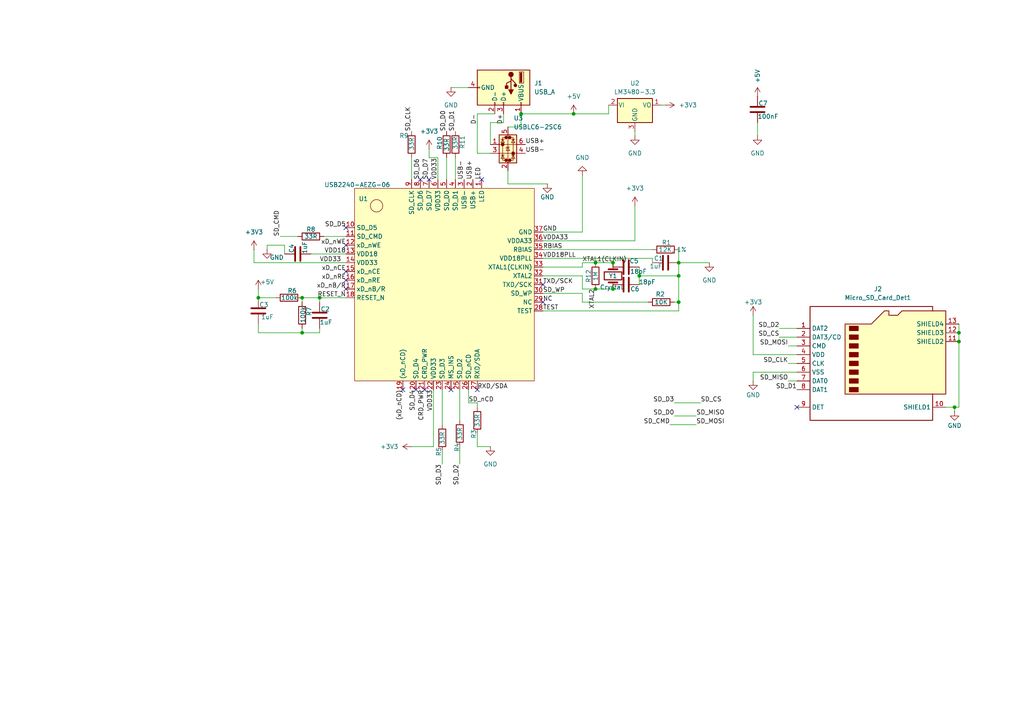
<source format=kicad_sch>
(kicad_sch (version 20250114) (generator "eeschema") (generator_version "9.0")
  (paper "A4")
  (lib_symbols
    (symbol "+3V3_2" (power) (pin_numbers (hide yes)) (pin_names (offset 0) (hide yes))
      (property "Value" "+3V3" (at 0 3.556 0))
      (symbol "+3V3_2_0_1"
        (polyline (pts (xy -0.762 1.27) (xy 0 2.54)))
        (polyline (pts (xy 0 2.54) (xy 0.762 1.27)))
        (polyline (pts (xy 0 0) (xy 0 2.54)))
      )
      (symbol "+3V3_2_1_1"
        (pin power_in line (at 0 0 90) (length 0) (name "~") (number "1"))
      )
    )
    (symbol "Connector:Micro_SD_Card_Det1"
      (property "Reference" "J2" (at 0.635 21.59 0))
      (property "Value" "Micro_SD_Card_Det1" (at 0.635 19.05 0))
      (symbol "Micro_SD_Card_Det1_0_1"
        (polyline (pts (xy -8.89 -8.89) (xy -8.89 11.43) (xy -1.27 11.43) (xy 2.54 15.24) (xy 3.81 15.24) (xy 3.81 13.97) (xy 6.35 13.97) (xy 7.62 15.24) (xy 20.32 15.24) (xy 20.32 -8.89) (xy -8.89 -8.89)) (stroke (width 0.254)) (fill (type background)))
        (rectangle (start -7.62 10.795) (end -5.08 9.525) (stroke (width 0.254)) (fill (type outline)))
        (rectangle (start -7.62 8.255) (end -5.08 6.985) (stroke (width 0.254)) (fill (type outline)))
        (rectangle (start -7.62 5.715) (end -5.08 4.445) (stroke (width 0.254)) (fill (type outline)))
        (rectangle (start -7.62 3.175) (end -5.08 1.905) (stroke (width 0.254)) (fill (type outline)))
        (rectangle (start -7.62 0.635) (end -5.08 -0.635) (stroke (width 0.254)) (fill (type outline)))
        (rectangle (start -7.62 -1.905) (end -5.08 -3.175) (stroke (width 0.254)) (fill (type outline)))
        (rectangle (start -7.62 -4.445) (end -5.08 -5.715) (stroke (width 0.254)) (fill (type outline)))
        (rectangle (start -7.62 -6.985) (end -5.08 -8.255) (stroke (width 0.254)) (fill (type outline)))
        (polyline (pts (xy 16.51 15.24) (xy 16.51 16.51) (xy -19.05 16.51) (xy -19.05 -16.51) (xy 16.51 -16.51) (xy 16.51 -8.89)) (stroke (width 0.254)))
      )
      (symbol "Micro_SD_Card_Det1_1_1"
        (pin bidirectional line (at -22.86 10.16 0) (length 3.81) (name "DAT2") (number "1"))
        (pin bidirectional line (at -22.86 7.62 0) (length 3.81) (name "DAT3/CD") (number "2"))
        (pin input line (at -22.86 5.08 0) (length 3.81) (name "CMD") (number "3"))
        (pin power_in line (at -22.86 2.54 0) (length 3.81) (name "VDD") (number "4"))
        (pin input line (at -22.86 0 0) (length 3.81) (name "CLK") (number "5"))
        (pin power_in line (at -22.86 -2.54 0) (length 3.81) (name "VSS") (number "6"))
        (pin bidirectional line (at -22.86 -5.08 0) (length 3.81) (name "DAT0") (number "7"))
        (pin bidirectional line (at -22.86 -7.62 0) (length 3.81) (name "DAT1") (number "8"))
        (pin passive line (at -22.86 -12.7 0) (length 3.81) (name "DET") (number "9"))
        (pin passive line (at 20.32 -12.7 180) (length 3.81) (name "SHIELD1") (number "10"))
        (pin passive line (at 24.13 11.43 180) (length 3.81) (name "SHIELD4") (number "13"))
        (pin passive line (at 24.13 8.89 180) (length 3.81) (name "SHIELD3") (number "12"))
        (pin passive line (at 24.13 6.35 180) (length 3.81) (name "SHIELD2") (number "11"))
      )
    )
    (symbol "Connector:USB_A" (pin_names (offset 1.016))
      (property "Reference" "J1" (at -1.2701 8.89 90))
      (property "Value" "USB_A" (at 1.2699 8.89 90))
      (symbol "USB_A_0_1"
        (rectangle (start -5.08 -7.62) (end 5.08 7.62) (stroke (width 0.254)) (fill (type background)))
        (circle (center -3.81 2.159) (radius 0.635) (stroke (width 0.254)) (fill (type outline)))
        (polyline (pts (xy -3.175 2.159) (xy -2.54 2.159) (xy -1.27 3.429) (xy -0.635 3.429)) (stroke (width 0.254)))
        (polyline (pts (xy -2.54 2.159) (xy -1.905 2.159) (xy -1.27 0.889) (xy 0 0.889)) (stroke (width 0.254)))
        (rectangle (start -1.524 4.826) (end -4.318 5.334) (fill (type outline)))
        (rectangle (start -1.27 4.572) (end -4.572 5.842))
        (circle (center -0.635 3.429) (radius 0.381) (stroke (width 0.254)) (fill (type outline)))
        (rectangle (start -0.127 -7.62) (end 0.127 -6.858))
        (rectangle (start 0.254 1.27) (end -0.508 0.508) (stroke (width 0.254)) (fill (type outline)))
        (polyline (pts (xy 0.635 2.794) (xy 0.635 1.524) (xy 1.905 2.159) (xy 0.635 2.794)) (stroke (width 0.254)) (fill (type outline)))
        (rectangle (start 5.08 4.953) (end 4.318 5.207))
        (rectangle (start 5.08 -0.127) (end 4.318 0.127))
        (rectangle (start 5.08 -2.667) (end 4.318 -2.413))
      )
      (symbol "USB_A_1_1"
        (polyline (pts (xy -1.905 2.159) (xy 0.635 2.159)) (stroke (width 0.254)))
        (pin power_in line (at 0 -10.16 90) (length 2.54) (name "GND") (number "4"))
        (pin power_in line (at 7.62 5.08 180) (length 2.54) (name "VBUS") (number "1"))
        (pin bidirectional line (at 7.62 0 180) (length 2.54) (name "D+") (number "3"))
        (pin bidirectional line (at 7.62 -2.54 180) (length 2.54) (name "D-") (number "2"))
      )
    )
    (symbol "Device:C" (pin_numbers (hide yes)) (pin_names (offset 0.254))
      (property "Reference" "C" (at 0.635 2.54 0))
      (property "Value" "C" (at 0.635 -2.54 0))
      (symbol "C_0_1"
        (polyline (pts (xy -2.032 0.762) (xy 2.032 0.762)) (stroke (width 0.508)))
        (polyline (pts (xy -2.032 -0.762) (xy 2.032 -0.762)) (stroke (width 0.508)))
      )
      (symbol "C_1_1"
        (pin passive line (at 0 3.81 270) (length 2.794) (name "~") (number "1"))
        (pin passive line (at 0 -3.81 90) (length 2.794) (name "~") (number "2"))
      )
    )
    (symbol "Device:Crystal" (pin_numbers (hide yes)) (pin_names (offset 1.016) (hide yes))
      (property "Reference" "Y" (at 0 3.81 0))
      (property "Value" "Crystal" (at 0 -3.81 0))
      (symbol "Crystal_0_1"
        (polyline (pts (xy -2.54 0) (xy -1.905 0)))
        (polyline (pts (xy -1.905 -1.27) (xy -1.905 1.27)) (stroke (width 0.508)))
        (rectangle (start -1.143 2.54) (end 1.143 -2.54) (stroke (width 0.3048)))
        (polyline (pts (xy 1.905 -1.27) (xy 1.905 1.27)) (stroke (width 0.508)))
        (polyline (pts (xy 2.54 0) (xy 1.905 0)))
      )
      (symbol "Crystal_1_1"
        (pin passive line (at -3.81 0 0) (length 1.27) (name "1") (number "1"))
        (pin passive line (at 3.81 0 180) (length 1.27) (name "2") (number "2"))
      )
    )
    (symbol "Device:R" (pin_numbers (hide yes)) (pin_names (offset 0))
      (property "Reference" "R" (at 2.032 0 90))
      (property "Value" "R" (at 0 0 90))
      (symbol "R_0_1"
        (rectangle (start -1.016 -2.54) (end 1.016 2.54) (stroke (width 0.254)))
      )
      (symbol "R_1_1"
        (pin passive line (at 0 3.81 270) (length 1.27) (name "~") (number "1"))
        (pin passive line (at 0 -3.81 90) (length 1.27) (name "~") (number "2"))
      )
    )
    (symbol "GND_1" (power) (pin_numbers (hide yes)) (pin_names (offset 0) (hide yes))
      (property "Value" "GND" (at 0 -3.81 0))
      (symbol "GND_1_0_1"
        (polyline (pts (xy 0 0) (xy 0 -1.27) (xy 1.27 -1.27) (xy 0 -2.54) (xy -1.27 -1.27) (xy 0 -1.27)))
      )
      (symbol "GND_1_1_1"
        (pin power_in line (at 0 0 270) (length 0) (name "~") (number "1"))
      )
    )
    (symbol "Power_Protection:USBLC6-2SC6" (pin_names (hide yes))
      (property "Reference" "U" (at 0.635 5.715 0))
      (property "Value" "USBLC6-2SC6" (at 0.635 3.81 0))
      (symbol "USBLC6-2SC6_0_0"
        (circle (center -1.524 0) (radius 0.0001) (stroke (width 0.508)))
        (circle (center -0.508 2.032) (radius 0.0001) (stroke (width 0.508)))
        (circle (center -0.508 -4.572) (radius 0.0001) (stroke (width 0.508)))
        (circle (center 0.508 2.032) (radius 0.0001) (stroke (width 0.508)))
        (circle (center 0.508 -4.572) (radius 0.0001) (stroke (width 0.508)))
        (circle (center 1.524 -2.54) (radius 0.0001) (stroke (width 0.508)))
      )
      (symbol "USBLC6-2SC6_0_1"
        (polyline (pts (xy -2.54 0) (xy 2.54 0)))
        (polyline (pts (xy -2.54 -2.54) (xy 2.54 -2.54)))
        (polyline (pts (xy -2.032 0.508) (xy -1.016 0.508) (xy -1.524 1.524) (xy -2.032 0.508)))
        (polyline (pts (xy -2.032 -3.048) (xy -1.016 -3.048)))
        (polyline (pts (xy -1.016 1.524) (xy -2.032 1.524)))
        (polyline (pts (xy -1.016 -4.064) (xy -2.032 -4.064) (xy -1.524 -3.048) (xy -1.016 -4.064)))
        (polyline (pts (xy -0.508 -1.143) (xy -0.508 -0.762) (xy 0.508 -0.762)))
        (polyline (pts (xy 0 2.54) (xy -0.508 2.032) (xy 0.508 2.032) (xy 0 1.524) (xy 0 -4.064) (xy -0.508 -4.572) (xy 0.508 -4.572) (xy 0 -5.08)))
        (polyline (pts (xy 0.508 -1.778) (xy -0.508 -1.778) (xy 0 -0.762) (xy 0.508 -1.778)))
        (polyline (pts (xy 1.016 1.524) (xy 2.032 1.524)))
        (polyline (pts (xy 1.016 -3.048) (xy 2.032 -3.048)))
        (polyline (pts (xy 2.032 0.508) (xy 1.016 0.508) (xy 1.524 1.524) (xy 2.032 0.508)))
        (polyline (pts (xy 2.032 -4.064) (xy 1.016 -4.064) (xy 1.524 -3.048) (xy 2.032 -4.064)))
      )
      (symbol "USBLC6-2SC6_1_1"
        (rectangle (start -2.54 2.794) (end 2.54 -5.334) (stroke (width 0.254)) (fill (type background)))
        (polyline (pts (xy -0.508 2.032) (xy -1.524 2.032) (xy -1.524 -4.572) (xy -0.508 -4.572)))
        (polyline (pts (xy 0.508 -4.572) (xy 1.524 -4.572) (xy 1.524 2.032) (xy 0.508 2.032)))
        (pin passive line (at -5.08 0 0) (length 2.54) (name "I/O1") (number "1"))
        (pin passive line (at -5.08 -2.54 0) (length 2.54) (name "I/O2") (number "3"))
        (pin passive line (at 0 5.08 270) (length 2.54) (name "VBUS") (number "5"))
        (pin passive line (at 0 -7.62 90) (length 2.54) (name "GND") (number "2"))
        (pin passive line (at 5.08 0 180) (length 2.54) (name "I/O1") (number "6"))
        (pin passive line (at 5.08 -2.54 180) (length 2.54) (name "I/O2") (number "4"))
      )
    )
    (symbol "Regulator_Linear:LM3480-3.3" (pin_names (offset 0.254))
      (property "Reference" "U" (at -3.81 3.175 0))
      (property "Value" "LM3480-3.3" (at 0 3.175 0))
      (symbol "LM3480-3.3_0_1"
        (rectangle (start -5.08 1.905) (end 5.08 -5.08) (stroke (width 0.254)) (fill (type background)))
      )
      (symbol "LM3480-3.3_1_1"
        (pin power_in line (at -7.62 0 0) (length 2.54) (name "VI") (number "2"))
        (pin power_in line (at 0 -7.62 90) (length 2.54) (name "GND") (number "3"))
        (pin power_out line (at 7.62 0 180) (length 2.54) (name "VO") (number "1"))
      )
    )
    (symbol "easyeda2kicad:USB2240-AEZG-06"
      (property "Reference" "U1" (at -12.7 22.352 0))
      (property "Value" "USB2240-AEZG-06" (at -14.478 26.416 0))
      (symbol "USB2240-AEZG-06_0_1"
        (rectangle (start -15.24 25.4) (end 36.83 -30.48) (fill (type background)))
        (circle (center -8.89 20.32) (radius 1.7961))
        (pin unspecified line (at -17.78 8.89 0) (length 2.54) (name "xD_nWE") (number "12"))
        (pin unspecified line (at -17.78 6.35 0) (length 2.54) (name "VDD18") (number "13"))
        (pin unspecified line (at -17.78 3.81 0) (length 2.54) (name "VDD33") (number "14"))
        (pin unspecified line (at -17.78 1.27 0) (length 2.54) (name "xD_nCE") (number "15"))
        (pin unspecified line (at -17.78 -1.27 0) (length 2.54) (name "xD_nRE") (number "16"))
        (pin unspecified line (at -17.78 -3.81 0) (length 2.54) (name "xD_nB/R") (number "17"))
        (pin unspecified line (at -17.78 -6.35 0) (length 2.54) (name "RESET_N") (number "18"))
        (pin unspecified line (at -1.27 -33.02 90) (length 2.54) (name "(xD_nCD)") (number "19"))
        (pin unspecified line (at 5.08 -33.02 90) (length 2.54) (name "CRD_PWR") (number "21"))
        (pin unspecified line (at 7.62 -33.02 90) (length 2.54) (name "VDD33") (number "22"))
        (pin unspecified line (at 8.89 27.94 270) (length 2.54) (name "VDD33") (number "6"))
        (pin unspecified line (at 12.7 -33.02 90) (length 2.54) (name "MS_INS") (number "24"))
        (pin unspecified line (at 16.51 27.94 270) (length 2.54) (name "USB-") (number "3"))
        (pin unspecified line (at 17.78 -33.02 90) (length 2.54) (name "SD_nCD") (number "26"))
        (pin unspecified line (at 19.05 27.94 270) (length 2.54) (name "USB+") (number "2"))
        (pin unspecified line (at 20.32 -33.02 90) (length 2.54) (name "RXD/SDA") (number "27"))
        (pin unspecified line (at 21.59 27.94 270) (length 2.54) (name "LED") (number "1"))
        (pin unspecified line (at 39.37 12.7 180) (length 2.54) (name "GND") (number "37"))
        (pin unspecified line (at 39.37 10.16 180) (length 2.54) (name "VDDA33") (number "36"))
        (pin unspecified line (at 39.37 7.62 180) (length 2.54) (name "RBIAS") (number "35"))
        (pin unspecified line (at 39.37 5.08 180) (length 2.54) (name "VDD18PLL") (number "34"))
        (pin unspecified line (at 39.37 2.54 180) (length 2.54) (name "XTAL1(CLKIN)") (number "33"))
        (pin unspecified line (at 39.37 0 180) (length 2.54) (name "XTAL2") (number "32"))
        (pin unspecified line (at 39.37 -7.62 180) (length 2.54) (name "NC") (number "29"))
        (pin unspecified line (at 39.37 -10.16 180) (length 2.54) (name "TEST") (number "28"))
      )
      (symbol "USB2240-AEZG-06_1_1"
        (pin unspecified line (at -17.78 13.97 0) (length 2.54) (name "SD_D5") (number "10"))
        (pin unspecified line (at -17.78 11.43 0) (length 2.54) (name "SD_CMD") (number "11"))
        (pin unspecified line (at 1.27 27.94 270) (length 2.54) (name "SD_CLK") (number "9"))
        (pin unspecified line (at 2.54 -33.02 90) (length 2.54) (name "SD_D4") (number "20"))
        (pin unspecified line (at 3.81 27.94 270) (length 2.54) (name "SD_D6") (number "8"))
        (pin unspecified line (at 6.35 27.94 270) (length 2.54) (name "SD_D7") (number "7"))
        (pin unspecified line (at 10.16 -33.02 90) (length 2.54) (name "SD_D3") (number "23"))
        (pin unspecified line (at 11.43 27.94 270) (length 2.54) (name "SD_D0") (number "5"))
        (pin unspecified line (at 13.97 27.94 270) (length 2.54) (name "SD_D1") (number "4"))
        (pin unspecified line (at 15.24 -33.02 90) (length 2.54) (name "SD_D2") (number "25"))
        (pin unspecified line (at 39.37 -2.54 180) (length 2.54) (name "TXD/SCK") (number "31"))
        (pin unspecified line (at 39.37 -5.08 180) (length 2.54) (name "SD_WP") (number "30"))
      )
    )
    (symbol "power:+3V3" (power) (pin_numbers (hide yes)) (pin_names (offset 0) (hide yes))
      (property "Value" "+3V3" (at 0 3.556 0))
      (symbol "+3V3_0_1"
        (polyline (pts (xy -0.762 1.27) (xy 0 2.54)))
        (polyline (pts (xy 0 2.54) (xy 0.762 1.27)))
        (polyline (pts (xy 0 0) (xy 0 2.54)))
      )
      (symbol "+3V3_1_1"
        (pin power_in line (at 0 0 90) (length 0) (name "~") (number "1"))
      )
    )
    (symbol "power:+5V" (power) (pin_numbers (hide yes)) (pin_names (offset 0) (hide yes))
      (property "Value" "+5V" (at 0 3.556 0))
      (symbol "+5V_0_1"
        (polyline (pts (xy -0.762 1.27) (xy 0 2.54)))
        (polyline (pts (xy 0 2.54) (xy 0.762 1.27)))
        (polyline (pts (xy 0 0) (xy 0 2.54)))
      )
      (symbol "+5V_1_1"
        (pin power_in line (at 0 0 90) (length 0) (name "~") (number "1"))
      )
    )
    (symbol "power:GND" (power) (pin_numbers (hide yes)) (pin_names (offset 0) (hide yes))
      (property "Value" "GND" (at 0 -3.81 0))
      (symbol "GND_0_1"
        (polyline (pts (xy 0 0) (xy 0 -1.27) (xy 1.27 -1.27) (xy 0 -2.54) (xy -1.27 -1.27) (xy 0 -1.27)))
      )
      (symbol "GND_1_1"
        (pin power_in line (at 0 0 270) (length 0) (name "~") (number "1"))
      )
    )
  )
  (junction (at 196.85 80.01))
  (junction (at 185.42 80.01))
  (junction (at 276.86 118.11))
  (junction (at 196.85 87.63))
  (junction (at 172.72 76.2))
  (junction (at 196.85 76.2))
  (junction (at 278.13 99.06))
  (junction (at 87.63 96.52))
  (junction (at 166.37 33.02))
  (junction (at 151.13 33.02))
  (junction (at 177.8 76.2))
  (junction (at 87.63 86.36))
  (junction (at 177.8 83.82))
  (junction (at 172.72 83.82))
  (junction (at 278.13 96.52))
  (junction (at 74.93 86.36))
  (junction (at 92.71 86.36))
  (no_connect (at 157.48 82.55))
  (no_connect (at 100.33 78.74))
  (no_connect (at 120.65 113.03))
  (no_connect (at 130.81 113.03))
  (no_connect (at 116.84 113.03))
  (no_connect (at 121.92 52.07))
  (no_connect (at 100.33 81.28))
  (no_connect (at 231.14 118.11))
  (no_connect (at 138.43 113.03))
  (no_connect (at 157.48 87.63))
  (no_connect (at 139.7 52.07))
  (no_connect (at 124.46 52.07))
  (no_connect (at 123.19 113.03))
  (no_connect (at 100.33 66.04))
  (no_connect (at 100.33 71.12))
  (no_connect (at 100.33 83.82))
  (wire (pts (xy 184.15 69.85) (xy 184.15 59.69)))
  (wire (pts (xy 185.42 80.01) (xy 185.42 82.55)))
  (wire (pts (xy 196.85 76.2) (xy 205.74 76.2)))
  (wire (pts (xy 147.32 53.34) (xy 158.75 53.34)))
  (wire (pts (xy 87.63 96.52) (xy 92.71 96.52)))
  (wire (pts (xy 185.42 77.47) (xy 185.42 80.01)))
  (wire (pts (xy 226.06 97.79) (xy 231.14 97.79)))
  (wire (pts (xy 82.55 71.12) (xy 82.55 73.66)))
  (wire (pts (xy 168.91 87.63) (xy 187.96 87.63)))
  (wire (pts (xy 195.58 116.84) (xy 203.2 116.84)))
  (wire (pts (xy 228.6 110.49) (xy 231.14 110.49)))
  (wire (pts (xy 130.81 25.4) (xy 135.89 25.4)))
  (wire (pts (xy 278.13 96.52) (xy 278.13 99.06)))
  (wire (pts (xy 189.23 74.93) (xy 189.23 76.2)))
  (wire (pts (xy 191.77 30.48) (xy 193.04 30.48)))
  (wire (pts (xy 168.91 87.63) (xy 168.91 85.09)))
  (wire (pts (xy 138.43 44.45) (xy 142.24 44.45)))
  (wire (pts (xy 278.13 118.11) (xy 276.86 118.11)))
  (wire (pts (xy 87.63 86.36) (xy 92.71 86.36)))
  (wire (pts (xy 73.66 76.2) (xy 100.33 76.2)))
  (wire (pts (xy 92.71 86.36) (xy 92.71 87.63)))
  (wire (pts (xy 218.44 102.87) (xy 231.14 102.87)))
  (wire (pts (xy 157.48 90.17) (xy 196.85 90.17)))
  (wire (pts (xy 196.85 76.2) (xy 196.85 80.01)))
  (wire (pts (xy 196.85 72.39) (xy 196.85 76.2)))
  (wire (pts (xy 276.86 118.11) (xy 274.32 118.11)))
  (wire (pts (xy 184.15 39.37) (xy 184.15 38.1)))
  (wire (pts (xy 125.73 129.54) (xy 125.73 113.03)))
  (wire (pts (xy 228.6 100.33) (xy 231.14 100.33)))
  (wire (pts (xy 166.37 33.02) (xy 176.53 33.02)))
  (wire (pts (xy 142.24 129.54) (xy 138.43 129.54)))
  (wire (pts (xy 168.91 67.31) (xy 168.91 50.8)))
  (wire (pts (xy 133.35 134.62) (xy 133.35 129.54)))
  (wire (pts (xy 151.13 33.02) (xy 151.13 36.83)))
  (wire (pts (xy 77.47 71.12) (xy 82.55 71.12)))
  (wire (pts (xy 147.32 49.53) (xy 147.32 53.34)))
  (wire (pts (xy 151.13 33.02) (xy 166.37 33.02)))
  (wire (pts (xy 77.47 71.12) (xy 77.47 72.39)))
  (wire (pts (xy 168.91 77.47) (xy 168.91 76.2)))
  (wire (pts (xy 74.93 86.36) (xy 80.01 86.36)))
  (wire (pts (xy 92.71 96.52) (xy 92.71 95.25)))
  (wire (pts (xy 177.8 82.55) (xy 177.8 83.82)))
  (wire (pts (xy 119.38 129.54) (xy 125.73 129.54)))
  (wire (pts (xy 90.17 73.66) (xy 100.33 73.66)))
  (wire (pts (xy 157.48 77.47) (xy 168.91 77.47)))
  (wire (pts (xy 226.06 95.25) (xy 231.14 95.25)))
  (wire (pts (xy 138.43 129.54) (xy 138.43 125.73)))
  (wire (pts (xy 87.63 87.63) (xy 87.63 86.36)))
  (wire (pts (xy 138.43 118.11) (xy 138.43 116.84)))
  (wire (pts (xy 185.42 80.01) (xy 196.85 80.01)))
  (wire (pts (xy 157.48 72.39) (xy 189.23 72.39)))
  (wire (pts (xy 168.91 76.2) (xy 172.72 76.2)))
  (wire (pts (xy 168.91 80.01) (xy 168.91 83.82)))
  (wire (pts (xy 218.44 91.44) (xy 218.44 102.87)))
  (wire (pts (xy 177.8 77.47) (xy 177.8 76.2)))
  (wire (pts (xy 129.54 45.72) (xy 129.54 52.07)))
  (wire (pts (xy 93.98 68.58) (xy 100.33 68.58)))
  (wire (pts (xy 218.44 107.95) (xy 231.14 107.95)))
  (wire (pts (xy 128.27 123.19) (xy 128.27 113.03)))
  (wire (pts (xy 278.13 99.06) (xy 278.13 118.11)))
  (wire (pts (xy 146.05 35.56) (xy 142.24 35.56)))
  (wire (pts (xy 278.13 93.98) (xy 278.13 96.52)))
  (wire (pts (xy 74.93 83.82) (xy 74.93 86.36)))
  (wire (pts (xy 74.93 96.52) (xy 74.93 93.98)))
  (wire (pts (xy 124.46 43.18) (xy 124.46 45.72)))
  (wire (pts (xy 138.43 33.02) (xy 138.43 44.45)))
  (wire (pts (xy 124.46 45.72) (xy 127 45.72)))
  (wire (pts (xy 201.93 120.65) (xy 195.58 120.65)))
  (wire (pts (xy 157.48 69.85) (xy 184.15 69.85)))
  (wire (pts (xy 151.13 36.83) (xy 147.32 36.83)))
  (wire (pts (xy 219.71 39.37) (xy 219.71 35.56)))
  (wire (pts (xy 218.44 110.49) (xy 218.44 107.95)))
  (wire (pts (xy 146.05 35.56) (xy 146.05 33.02)))
  (wire (pts (xy 132.08 45.72) (xy 132.08 52.07)))
  (wire (pts (xy 133.35 121.92) (xy 133.35 113.03)))
  (wire (pts (xy 157.48 67.31) (xy 168.91 67.31)))
  (wire (pts (xy 73.66 72.39) (xy 73.66 76.2)))
  (wire (pts (xy 81.28 68.58) (xy 86.36 68.58)))
  (wire (pts (xy 276.86 119.38) (xy 276.86 118.11)))
  (wire (pts (xy 195.58 87.63) (xy 196.85 87.63)))
  (wire (pts (xy 228.6 105.41) (xy 231.14 105.41)))
  (wire (pts (xy 138.43 33.02) (xy 143.51 33.02)))
  (wire (pts (xy 168.91 83.82) (xy 172.72 83.82)))
  (wire (pts (xy 176.53 33.02) (xy 176.53 30.48)))
  (wire (pts (xy 119.38 45.72) (xy 119.38 52.07)))
  (wire (pts (xy 157.48 74.93) (xy 189.23 74.93)))
  (wire (pts (xy 201.93 123.19) (xy 194.31 123.19)))
  (wire (pts (xy 142.24 35.56) (xy 142.24 41.91)))
  (wire (pts (xy 157.48 80.01) (xy 168.91 80.01)))
  (wire (pts (xy 196.85 80.01) (xy 196.85 87.63)))
  (wire (pts (xy 74.93 96.52) (xy 87.63 96.52)))
  (wire (pts (xy 100.33 86.36) (xy 92.71 86.36)))
  (wire (pts (xy 138.43 116.84) (xy 135.89 116.84)))
  (wire (pts (xy 196.85 87.63) (xy 196.85 90.17)))
  (wire (pts (xy 128.27 134.62) (xy 128.27 130.81)))
  (wire (pts (xy 172.72 76.2) (xy 177.8 76.2)))
  (wire (pts (xy 135.89 116.84) (xy 135.89 113.03)))
  (wire (pts (xy 127 45.72) (xy 127 52.07)))
  (wire (pts (xy 87.63 95.25) (xy 87.63 96.52)))
  (wire (pts (xy 172.72 83.82) (xy 177.8 83.82)))
  (wire (pts (xy 168.91 85.09) (xy 157.48 85.09)))
  (label "LED" (at 139.7 52.07 90))
  (label "RXD/SDA" (at 138.43 113.03 0))
  (label "GND" (at 157.48 67.31 0))
  (label "XTAL2" (at 172.72 83.82 270))
  (label "CRD_PWR" (at 123.19 113.03 270))
  (label "USB-" (at 152.4 44.45 0))
  (label "xD_nRE" (at 100.33 81.28 180))
  (label "SD_D3" (at 195.58 116.84 180))
  (label "SD_MOSI" (at 201.93 123.19 0))
  (label "TEST" (at 157.48 90.17 0))
  (label "SD_D2" (at 133.35 134.62 270))
  (label "NC" (at 157.48 87.63 0))
  (label "SD_CLK" (at 228.6 105.41 180))
  (label "D-" (at 138.43 33.02 270))
  (label "SD_D0" (at 195.58 120.65 180))
  (label "VDDA33" (at 157.48 69.85 0))
  (label "SD_CS" (at 226.06 97.79 180))
  (label "SD_D0" (at 129.54 38.1 90))
  (label "SD_D4" (at 120.65 113.03 270))
  (label "xD_nWE" (at 100.33 71.12 180))
  (label "SD_D5" (at 100.33 66.04 180))
  (label "SD_MOSI" (at 228.6 100.33 180))
  (label "SD_MISO" (at 228.6 110.49 180))
  (label "SD_D1" (at 132.08 38.1 90))
  (label "xD_nCE" (at 100.33 78.74 180))
  (label "SD_D3" (at 128.27 134.62 270))
  (label "VDD33" (at 127 52.07 90))
  (label "RBIAS" (at 157.48 72.39 0))
  (label "SD_D1" (at 231.14 113.03 180))
  (label "SD_D2" (at 226.06 95.25 180))
  (label "SD_CMD" (at 194.31 123.19 180))
  (label "USB+" (at 152.4 41.91 0))
  (label "SD_CMD" (at 81.28 68.58 90))
  (label "(xD_nCD)" (at 116.84 113.03 270))
  (label "XTAL1(CLKIN)" (at 168.91 76.2 0))
  (label "D+" (at 146.05 33.02 270))
  (label "SD_WP" (at 157.48 85.09 0))
  (label "VDD33" (at 125.73 113.03 270))
  (label "TXD/SCK" (at 157.48 82.55 0))
  (label "VDD33" (at 92.71 76.2 0))
  (label "VDD18" (at 100.33 73.66 180))
  (label "SD_CLK" (at 119.38 38.1 90))
  (label "USB+" (at 137.16 52.07 90))
  (label "xD_nB/R" (at 100.33 83.82 180))
  (label "VDD18PLL" (at 157.48 74.93 0))
  (label "SD_D7" (at 124.46 52.07 90))
  (label "SD_nCD" (at 135.89 116.84 0))
  (label "USB-" (at 134.62 52.07 90))
  (label "SD_CS" (at 203.2 116.84 0))
  (label "RESET_N" (at 100.33 86.36 180))
  (label "SD_MISO" (at 201.93 120.65 0))
  (label "SD_D6" (at 121.92 52.07 90))
  (symbol (lib_id "power:+5V") (at 74.93 83.82 0) (unit 1)
    (property "Reference" "#PWR08" (effects (hide yes)))
    (property "Value" "+5V" (at 77.47 81.788 0))
    (property "Description" "Power symbol creates a global label with name \"+5V\"" (effects (hide yes)))
  )
  (symbol (lib_id "Device:C") (at 219.71 31.75 0) (unit 1)
    (property "Reference" "C7" (at 219.964 29.972 0) (effects (justify left)))
    (property "Value" "100nF" (at 219.71 33.782 0) (effects (justify left)))
    (property "Footprint" "Capacitor_SMD:C_0201_0603Metric" (effects (hide yes)))
    (property "Description" "Unpolarized capacitor" (effects (hide yes)))
  )
  (symbol (lib_id "Device:C") (at 193.04 76.2 90) (unit 1)
    (property "Reference" "C1" (at 191.008 74.93 90))
    (property "Value" "1uF" (at 190.246 77.216 90))
    (property "Footprint" "Capacitor_SMD:C_0402_1005Metric" (effects (hide yes)))
    (property "Description" "Unpolarized capacitor" (effects (hide yes)))
  )
  (symbol (lib_name "GND_1") (lib_id "power:GND") (at 218.44 110.49 0) (unit 1)
    (property "Reference" "#PWR014" (effects (hide yes)))
    (property "Value" "GND" (at 218.44 114.554 0))
    (property "Description" "Power symbol creates a global label with name \"GND\" , ground" (effects (hide yes)))
  )
  (symbol (lib_id "power:+5V") (at 166.37 33.02 0) (unit 1)
    (property "Reference" "#PWR012" (effects (hide yes)))
    (property "Value" "+5V" (at 166.37 27.94 0))
    (property "Description" "Power symbol creates a global label with name \"+5V\"" (effects (hide yes)))
  )
  (symbol (lib_id "Device:R") (at 172.72 80.01 0) (unit 1)
    (property "Reference" "R12" (at 170.688 82.042 90) (effects (justify left)))
    (property "Value" "1M" (at 172.72 81.534 90) (effects (justify left)))
    (property "Footprint" "Resistor_SMD:R_0402_1005Metric" (effects (hide yes)))
    (property "Description" "Resistor" (effects (hide yes)))
  )
  (symbol (lib_id "power:GND") (at 205.74 76.2 0) (unit 1)
    (property "Reference" "#PWR05" (effects (hide yes)))
    (property "Value" "GND" (at 205.74 81.28 0))
    (property "Description" "Power symbol creates a global label with name \"GND\" , ground" (effects (hide yes)))
  )
  (symbol (lib_id "power:+3V3") (at 184.15 59.69 0) (unit 1)
    (property "Reference" "#PWR03" (effects (hide yes)))
    (property "Value" "+3V3" (at 184.15 54.61 0))
    (property "Description" "Power symbol creates a global label with name \"+3V3\"" (effects (hide yes)))
  )
  (symbol (lib_id "power:+3V3") (at 193.04 30.48 270) (unit 1)
    (property "Reference" "#PWR01" (effects (hide yes)))
    (property "Value" "+3V3" (at 196.85 30.4799 90) (effects (justify left)))
    (property "Description" "Power symbol creates a global label with name \"+3V3\"" (effects (hide yes)))
  )
  (symbol (lib_id "easyeda2kicad:USB2240-AEZG-06") (at 118.11 80.01 0) (unit 1)
    (property "Reference" "U1" (at 105.41 57.658 0))
    (property "Value" "USB2240-AEZG-06" (at 103.632 53.594 0))
    (property "Footprint" "easyeda2kicad:QFN-36_L6.0-W6.0-P0.50-TL-EP4.1" (effects (hide yes)))
    (property "LCSC Part" "C633328" (effects (hide yes)))
  )
  (symbol (lib_id "power:GND") (at 130.81 25.4 0) (unit 1)
    (property "Reference" "#PWR011" (effects (hide yes)))
    (property "Value" "GND" (at 130.81 30.48 0))
    (property "Description" "Power symbol creates a global label with name \"GND\" , ground" (effects (hide yes)))
  )
  (symbol (lib_id "power:GND") (at 142.24 129.54 0) (unit 1)
    (property "Reference" "#PWR07" (effects (hide yes)))
    (property "Value" "GND" (at 142.24 134.62 0))
    (property "Description" "Power symbol creates a global label with name \"GND\" , ground" (effects (hide yes)))
  )
  (symbol (lib_id "Device:R") (at 191.77 87.63 90) (unit 1)
    (property "Reference" "R2" (at 191.516 85.344 90))
    (property "Value" "10K" (at 191.77 87.63 90))
    (property "Footprint" "Resistor_SMD:R_0402_1005Metric" (effects (hide yes)))
    (property "Description" "Resistor" (effects (hide yes)))
  )
  (symbol (lib_id "Device:R") (at 132.08 41.91 0) (unit 1)
    (property "Reference" "R11" (at 134.112 43.18 90) (effects (justify left)))
    (property "Value" "33R" (at 132.08 43.434 90) (effects (justify left)))
    (property "Footprint" "Resistor_SMD:R_0201_0603Metric" (effects (hide yes)))
    (property "Description" "Resistor" (effects (hide yes)))
  )
  (symbol (lib_id "power:+5V") (at 219.71 27.94 0) (unit 1)
    (property "Reference" "#PWR017" (effects (hide yes)))
    (property "Value" "+5V" (at 219.7101 24.13 90) (effects (justify left)))
    (property "Description" "Power symbol creates a global label with name \"+5V\"" (effects (hide yes)))
  )
  (symbol (lib_name "GND_1") (lib_id "power:GND") (at 276.86 119.38 0) (unit 1)
    (property "Reference" "#PWR016" (effects (hide yes)))
    (property "Value" "GND" (at 276.86 123.444 0))
    (property "Description" "Power symbol creates a global label with name \"GND\" , ground" (effects (hide yes)))
  )
  (symbol (lib_id "Device:C") (at 92.71 91.44 0) (unit 1)
    (property "Reference" "C2" (at 92.964 89.662 0) (effects (justify left)))
    (property "Value" "1uF" (at 92.71 93.472 0) (effects (justify left)))
    (property "Footprint" "Capacitor_SMD:C_0201_0603Metric" (effects (hide yes)))
    (property "Description" "Unpolarized capacitor" (effects (hide yes)))
  )
  (symbol (lib_id "Device:C") (at 181.61 77.47 90) (unit 1)
    (property "Reference" "C5" (at 183.896 75.692 90))
    (property "Value" "18pF" (at 185.166 78.74 90))
    (property "Footprint" "Capacitor_SMD:C_0402_1005Metric" (effects (hide yes)))
    (property "Description" "Unpolarized capacitor" (effects (hide yes)))
  )
  (symbol (lib_id "Device:R") (at 133.35 125.73 0) (unit 1)
    (property "Reference" "R4" (at 132.588 131.064 90) (effects (justify left)))
    (property "Value" "33R" (at 133.35 127.762 90) (effects (justify left)))
    (property "Footprint" "Resistor_SMD:R_0201_0603Metric" (effects (hide yes)))
    (property "Description" "Resistor" (effects (hide yes)))
  )
  (symbol (lib_id "power:+3V3") (at 73.66 72.39 0) (unit 1)
    (property "Reference" "#PWR04" (effects (hide yes)))
    (property "Value" "+3V3" (at 73.66 67.31 0))
    (property "Description" "Power symbol creates a global label with name \"+3V3\"" (effects (hide yes)))
  )
  (symbol (lib_id "Device:R") (at 83.82 86.36 90) (unit 1)
    (property "Reference" "R6" (at 86.106 84.328 90) (effects (justify left)))
    (property "Value" "100k" (at 86.36 86.36 90) (effects (justify left)))
    (property "Footprint" "Resistor_SMD:R_0201_0603Metric" (effects (hide yes)))
    (property "Description" "Resistor" (effects (hide yes)))
  )
  (symbol (lib_id "Power_Protection:USBLC6-2SC6") (at 147.32 41.91 0) (unit 1)
    (property "Reference" "U3" (at 148.9711 34.29 0) (effects (justify left)))
    (property "Value" "USBLC6-2SC6" (at 148.9711 36.83 0) (effects (justify left)))
    (property "Footprint" "Package_TO_SOT_SMD:SOT-23-6" (effects (hide yes)))
    (property "Datasheet" "https://www.st.com/resource/en/datasheet/usblc6-2.pdf" (effects (hide yes)))
    (property "Description" "5A Unidirectional 5.25V" (effects (hide yes)))
    (property "ID" "C7519" (effects (hide yes)))
  )
  (symbol (lib_id "Device:C") (at 74.93 90.17 0) (unit 1)
    (property "Reference" "C3" (at 75.184 88.392 0) (effects (justify left)))
    (property "Value" "1uF" (at 75.692 91.948 0) (effects (justify left)))
    (property "Footprint" "Capacitor_SMD:C_0201_0603Metric" (effects (hide yes)))
    (property "Description" "Unpolarized capacitor" (effects (hide yes)))
  )
  (symbol (lib_id "power:GND") (at 168.91 50.8 180) (unit 1)
    (property "Reference" "#PWR02" (effects (hide yes)))
    (property "Value" "GND" (at 168.91 45.72 0))
    (property "Description" "Power symbol creates a global label with name \"GND\" , ground" (effects (hide yes)))
  )
  (symbol (lib_id "power:GND") (at 77.47 72.39 0) (unit 1)
    (property "Reference" "#PWR015" (effects (hide yes)))
    (property "Value" "GND" (at 80.264 74.676 0))
    (property "Description" "Power symbol creates a global label with name \"GND\" , ground" (effects (hide yes)))
  )
  (symbol (lib_name "+3V3_2") (lib_id "power:+3V3") (at 218.44 91.44 0) (unit 1)
    (property "Reference" "#PWR09" (effects (hide yes)))
    (property "Value" "+3V3" (at 218.44 87.63 0))
    (property "Description" "Power symbol creates a global label with name \"+3V3\"" (effects (hide yes)))
  )
  (symbol (lib_id "power:+3V3") (at 124.46 43.18 0) (unit 1)
    (property "Reference" "#PWR010" (effects (hide yes)))
    (property "Value" "+3V3" (at 124.46 38.1 0))
    (property "Description" "Power symbol creates a global label with name \"+3V3\"" (effects (hide yes)))
  )
  (symbol (lib_id "Device:C") (at 86.36 73.66 90) (unit 1)
    (property "Reference" "C4" (at 84.582 73.406 0) (effects (justify left)))
    (property "Value" "1uF" (at 88.392 73.66 0) (effects (justify left)))
    (property "Footprint" "Capacitor_SMD:C_0201_0603Metric" (effects (hide yes)))
    (property "Description" "Unpolarized capacitor" (effects (hide yes)))
  )
  (symbol (lib_id "power:+3V3") (at 119.38 129.54 90) (unit 1)
    (property "Reference" "#PWR06" (effects (hide yes)))
    (property "Value" "+3V3" (at 115.57 129.5399 90) (effects (justify left)))
    (property "Description" "Power symbol creates a global label with name \"+3V3\"" (effects (hide yes)))
  )
  (symbol (lib_id "Device:R") (at 129.54 41.91 0) (unit 1)
    (property "Reference" "R10" (at 127.508 43.434 90) (effects (justify left)))
    (property "Value" "33R" (at 129.54 43.942 90) (effects (justify left)))
    (property "Footprint" "Resistor_SMD:R_0201_0603Metric" (effects (hide yes)))
    (property "Description" "Resistor" (effects (hide yes)))
  )
  (symbol (lib_id "Connector:USB_A") (at 146.05 25.4 270) (unit 1)
    (property "Reference" "J1" (at 154.94 24.1299 90) (effects (justify left)))
    (property "Value" "USB_A" (at 154.94 26.6699 90) (effects (justify left)))
    (property "Footprint" "Connector_USB:USB_A_Connfly_DS1095" (effects (hide yes)))
    (property "Description" "USB Type A connector" (effects (hide yes)))
  )
  (symbol (lib_id "Connector:Micro_SD_Card_Det1") (at 254 105.41 0) (unit 1)
    (property "Reference" "J2" (at 254.635 83.82 0))
    (property "Value" "Micro_SD_Card_Det1" (at 254.635 86.36 0))
    (property "Footprint" "easyeda2kicad:TF-SMD_TF-02" (effects (hide yes)))
    (property "Datasheet" "https://datasheet.lcsc.com/lcsc/2110151630_XKB-Connectivity-XKTF-015-N_C381082.pdf" (effects (hide yes)))
    (property "Description" "Micro SD Card Socket with one card detection pin" (effects (hide yes)))
    (property "ID" "C393941" (effects (hide yes)))
  )
  (symbol (lib_id "Device:Crystal") (at 177.8 80.01 90) (unit 1)
    (property "Reference" "Y1" (at 176.53 80.01 90) (effects (justify right)))
    (property "Value" "Crystal" (at 173.99 83.312 90) (effects (justify right)))
    (property "Footprint" "Crystal:Crystal_SMD_HC49-SD" (effects (hide yes)))
    (property "Description" "Two pin crystal" (effects (hide yes)))
  )
  (symbol (lib_id "Device:R") (at 119.38 41.91 0) (unit 1)
    (property "Reference" "R9" (at 115.824 39.37 0) (effects (justify left)))
    (property "Value" "33R" (at 119.38 43.688 90) (effects (justify left)))
    (property "Footprint" "Resistor_SMD:R_0201_0603Metric" (effects (hide yes)))
    (property "Description" "Resistor" (effects (hide yes)))
  )
  (symbol (lib_id "Device:R") (at 128.27 127 0) (unit 1)
    (property "Reference" "R5" (at 127.254 132.334 90) (effects (justify left)))
    (property "Value" "33R" (at 128.27 129.032 90) (effects (justify left)))
    (property "Footprint" "Resistor_SMD:R_0201_0603Metric" (effects (hide yes)))
    (property "Description" "Resistor" (effects (hide yes)))
  )
  (symbol (lib_id "Device:R") (at 87.63 91.44 0) (unit 1)
    (property "Reference" "R7" (at 89.662 91.694 90) (effects (justify left)))
    (property "Value" "100k" (at 87.884 93.726 90) (effects (justify left)))
    (property "Footprint" "Resistor_SMD:R_0201_0603Metric" (effects (hide yes)))
    (property "Description" "Resistor" (effects (hide yes)))
  )
  (symbol (lib_id "power:GND") (at 184.15 39.37 0) (unit 1)
    (property "Reference" "#PWR013" (effects (hide yes)))
    (property "Value" "GND" (at 184.15 44.45 0))
    (property "Description" "Power symbol creates a global label with name \"GND\" , ground" (effects (hide yes)))
  )
  (symbol (lib_id "Device:R") (at 193.04 72.39 90) (unit 1)
    (property "Reference" "R1" (at 193.294 70.358 90))
    (property "Value" "12K, 1%" (at 195.072 72.39 90))
    (property "Footprint" "Resistor_SMD:R_0402_1005Metric" (effects (hide yes)))
    (property "Description" "Resistor" (effects (hide yes)))
  )
  (symbol (lib_id "Device:C") (at 181.61 82.55 90) (unit 1)
    (property "Reference" "C6" (at 184.15 83.82 90))
    (property "Value" "18pF" (at 187.706 81.788 90))
    (property "Footprint" "Capacitor_SMD:C_0402_1005Metric" (effects (hide yes)))
    (property "Description" "Unpolarized capacitor" (effects (hide yes)))
  )
  (symbol (lib_id "Device:R") (at 138.43 121.92 0) (unit 1)
    (property "Reference" "R3" (at 137.414 127.254 90) (effects (justify left)))
    (property "Value" "33R" (at 138.43 123.952 90) (effects (justify left)))
    (property "Footprint" "Resistor_SMD:R_0201_0603Metric" (effects (hide yes)))
    (property "Description" "Resistor" (effects (hide yes)))
  )
  (symbol (lib_id "Device:R") (at 90.17 68.58 90) (unit 1)
    (property "Reference" "R8" (at 90.17 66.548 90))
    (property "Value" "33R" (at 90.17 68.58 90))
    (property "Footprint" "Resistor_SMD:R_0201_0603Metric" (effects (hide yes)))
    (property "Description" "Resistor" (effects (hide yes)))
  )
  (symbol (lib_id "Regulator_Linear:LM3480-3.3") (at 184.15 30.48 0) (unit 1)
    (property "Reference" "U2" (at 184.15 24.13 0))
    (property "Value" "LM3480-3.3" (at 184.15 26.67 0))
    (property "Footprint" "Package_TO_SOT_SMD:SOT-23" (effects (hide yes)))
    (property "Datasheet" "http://www.ti.com/lit/ds/symlink/lm3480.pdf" (effects (hide yes)))
    (property "Description" "100mA, Quasi Low Dropout Voltage Regulator, 3.3V positive fixed output, SOT-23 package" (effects (hide yes)))
  )
  (symbol (lib_id "power:GND") (at 158.75 53.34 0) (unit 1)
    (property "Reference" "#PWR042" (effects (hide yes)))
    (property "Value" "GND" (at 158.75 57.15 0))
    (property "Description" "Power symbol creates a global label with name \"GND\" , ground" (effects (hide yes)))
  )
  (symbol (lib_id "power:GND") (at 219.71 39.37 0) (unit 1)
    (property "Reference" "#PWR018" (effects (hide yes)))
    (property "Value" "GND" (at 219.71 44.45 0))
    (property "Description" "Power symbol creates a global label with name \"GND\" , ground" (effects (hide yes)))
  )
)
</source>
